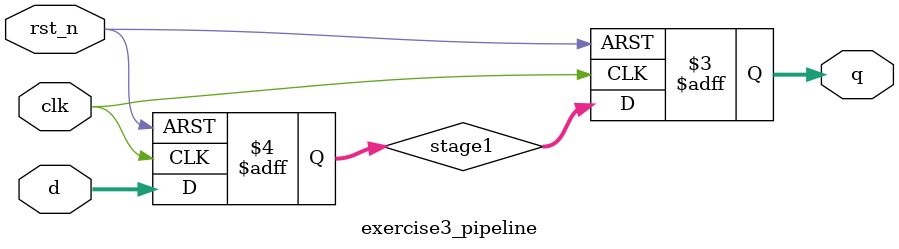
<source format=sv>

`timescale 1ns / 100ps

module exercise3_pipeline #(
    parameter int WIDTH = 8
) (
    input  logic             clk,
    input  logic             rst_n,
    input  logic [WIDTH-1:0] d,
    output logic [WIDTH-1:0] q
);
  logic [WIDTH-1:0] stage1;
  always_ff @(posedge clk or negedge rst_n) begin
    if (!rst_n) begin
      stage1 <= '0;
      q <= '0;
    end else begin
      stage1 <= d;
      q <= stage1;
    end
  end
endmodule : exercise3_pipeline

</source>
